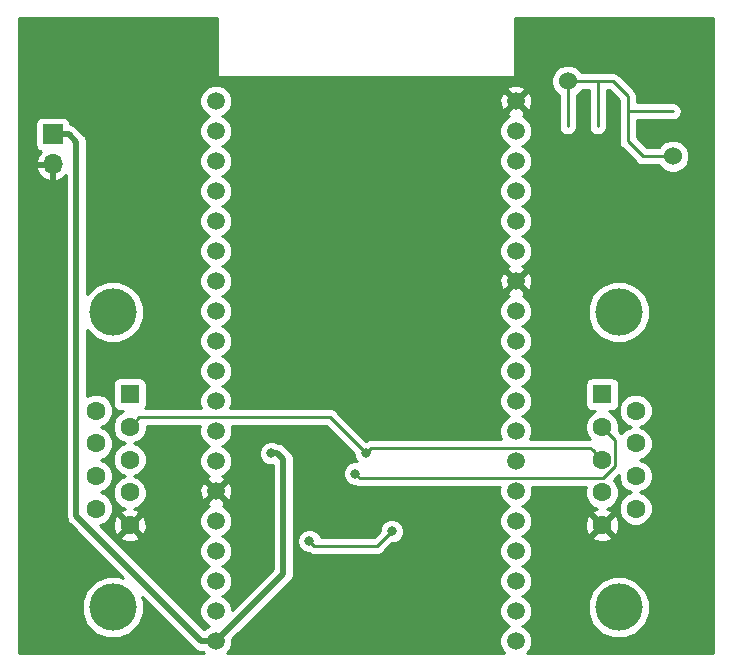
<source format=gbr>
G04 #@! TF.GenerationSoftware,KiCad,Pcbnew,5.0.2+dfsg1-1*
G04 #@! TF.CreationDate,2020-04-16T16:50:33+12:00*
G04 #@! TF.ProjectId,Wireless232,57697265-6c65-4737-9332-33322e6b6963,rev?*
G04 #@! TF.SameCoordinates,Original*
G04 #@! TF.FileFunction,Copper,L1,Top*
G04 #@! TF.FilePolarity,Positive*
%FSLAX46Y46*%
G04 Gerber Fmt 4.6, Leading zero omitted, Abs format (unit mm)*
G04 Created by KiCad (PCBNEW 5.0.2+dfsg1-1) date Thu 16 Apr 2020 16:50:33 NZST*
%MOMM*%
%LPD*%
G01*
G04 APERTURE LIST*
G04 #@! TA.AperFunction,EtchedComponent*
%ADD10C,0.250000*%
G04 #@! TD*
G04 #@! TA.AperFunction,ComponentPad*
%ADD11C,1.500000*%
G04 #@! TD*
G04 #@! TA.AperFunction,ViaPad*
%ADD12C,1.524000*%
G04 #@! TD*
G04 #@! TA.AperFunction,ComponentPad*
%ADD13R,1.600000X1.600000*%
G04 #@! TD*
G04 #@! TA.AperFunction,ComponentPad*
%ADD14C,1.600000*%
G04 #@! TD*
G04 #@! TA.AperFunction,ComponentPad*
%ADD15C,4.000000*%
G04 #@! TD*
G04 #@! TA.AperFunction,ComponentPad*
%ADD16R,1.700000X1.700000*%
G04 #@! TD*
G04 #@! TA.AperFunction,ComponentPad*
%ADD17O,1.700000X1.700000*%
G04 #@! TD*
G04 #@! TA.AperFunction,ViaPad*
%ADD18C,0.800000*%
G04 #@! TD*
G04 #@! TA.AperFunction,Conductor*
%ADD19C,0.250000*%
G04 #@! TD*
G04 #@! TA.AperFunction,Conductor*
%ADD20C,0.500000*%
G04 #@! TD*
G04 #@! TA.AperFunction,Conductor*
%ADD21C,0.254000*%
G04 #@! TD*
G04 APERTURE END LIST*
D10*
G04 #@! TO.C,SYM1*
X142100000Y-61500000D02*
X145910000Y-61500000D01*
X145910000Y-61500000D02*
X147180000Y-62770000D01*
X147180000Y-66580000D02*
X148450000Y-67850000D01*
X148450000Y-67850000D02*
X150990000Y-67850000D01*
X147180000Y-64040000D02*
X150990000Y-64040000D01*
X144640000Y-61500000D02*
X144640000Y-65310000D01*
X142100000Y-61500000D02*
X142100000Y-65310000D01*
X147180000Y-62770000D02*
X147180000Y-66580000D01*
G04 #@! TD*
D11*
G04 #@! TO.P,U1,38*
G04 #@! TO.N,GND*
X137700000Y-63180000D03*
G04 #@! TO.P,U1,37*
G04 #@! TO.N,Net-(U1-Pad37)*
X137700000Y-65720000D03*
G04 #@! TO.P,U1,36*
G04 #@! TO.N,Net-(U1-Pad36)*
X137700000Y-68260000D03*
G04 #@! TO.P,U1,35*
G04 #@! TO.N,Net-(U1-Pad35)*
X137700000Y-70800000D03*
G04 #@! TO.P,U1,34*
G04 #@! TO.N,Net-(U1-Pad34)*
X137700000Y-73340000D03*
G04 #@! TO.P,U1,33*
G04 #@! TO.N,Net-(U1-Pad33)*
X137700000Y-75880000D03*
G04 #@! TO.P,U1,32*
G04 #@! TO.N,GND*
X137700000Y-78420000D03*
G04 #@! TO.P,U1,31*
G04 #@! TO.N,Net-(U1-Pad31)*
X137700000Y-80960000D03*
G04 #@! TO.P,U1,30*
G04 #@! TO.N,Net-(U1-Pad30)*
X137700000Y-83500000D03*
G04 #@! TO.P,U1,29*
G04 #@! TO.N,Net-(U1-Pad29)*
X137700000Y-86040000D03*
G04 #@! TO.P,U1,28*
G04 #@! TO.N,Net-(U1-Pad28)*
X137700000Y-88580000D03*
G04 #@! TO.P,U1,27*
G04 #@! TO.N,Net-(U1-Pad27)*
X137700000Y-91120000D03*
G04 #@! TO.P,U1,26*
G04 #@! TO.N,Net-(U1-Pad26)*
X137700000Y-93660000D03*
G04 #@! TO.P,U1,25*
G04 #@! TO.N,Net-(U1-Pad25)*
X137700000Y-96200000D03*
G04 #@! TO.P,U1,24*
G04 #@! TO.N,Net-(U1-Pad24)*
X137700000Y-98740000D03*
G04 #@! TO.P,U1,23*
G04 #@! TO.N,Net-(R2-Pad2)*
X137700000Y-101280000D03*
G04 #@! TO.P,U1,22*
G04 #@! TO.N,Net-(U1-Pad22)*
X137700000Y-103820000D03*
G04 #@! TO.P,U1,21*
G04 #@! TO.N,Net-(U1-Pad21)*
X137700000Y-106360000D03*
G04 #@! TO.P,U1,20*
G04 #@! TO.N,Net-(U1-Pad20)*
X137700000Y-108900000D03*
G04 #@! TO.P,U1,19*
G04 #@! TO.N,+5V*
X112300000Y-108900000D03*
G04 #@! TO.P,U1,18*
G04 #@! TO.N,Net-(U1-Pad18)*
X112300000Y-106360000D03*
G04 #@! TO.P,U1,17*
G04 #@! TO.N,Net-(U1-Pad17)*
X112300000Y-103820000D03*
G04 #@! TO.P,U1,16*
G04 #@! TO.N,Net-(U1-Pad16)*
X112300000Y-101280000D03*
G04 #@! TO.P,U1,15*
G04 #@! TO.N,Net-(R1-Pad2)*
X112300000Y-98740000D03*
G04 #@! TO.P,U1,14*
G04 #@! TO.N,GND*
X112300000Y-96200000D03*
G04 #@! TO.P,U1,13*
G04 #@! TO.N,Net-(R3-Pad2)*
X112300000Y-93660000D03*
G04 #@! TO.P,U1,12*
G04 #@! TO.N,Net-(R4-Pad2)*
X112300000Y-91120000D03*
G04 #@! TO.P,U1,11*
G04 #@! TO.N,Net-(U1-Pad11)*
X112300000Y-88580000D03*
G04 #@! TO.P,U1,10*
G04 #@! TO.N,Net-(U1-Pad10)*
X112300000Y-86040000D03*
G04 #@! TO.P,U1,9*
G04 #@! TO.N,Net-(U1-Pad9)*
X112300000Y-83500000D03*
G04 #@! TO.P,U1,8*
G04 #@! TO.N,Net-(U1-Pad8)*
X112300000Y-80960000D03*
G04 #@! TO.P,U1,7*
G04 #@! TO.N,Net-(U1-Pad7)*
X112300000Y-78420000D03*
G04 #@! TO.P,U1,6*
G04 #@! TO.N,Net-(U1-Pad6)*
X112300000Y-75880000D03*
G04 #@! TO.P,U1,5*
G04 #@! TO.N,Net-(U1-Pad5)*
X112300000Y-73340000D03*
G04 #@! TO.P,U1,4*
G04 #@! TO.N,Net-(U1-Pad4)*
X112300000Y-70800000D03*
G04 #@! TO.P,U1,3*
G04 #@! TO.N,Net-(U1-Pad3)*
X112300000Y-68260000D03*
G04 #@! TO.P,U1,2*
G04 #@! TO.N,Net-(U1-Pad2)*
X112300000Y-65720000D03*
G04 #@! TO.P,U1,1*
G04 #@! TO.N,Net-(U1-Pad1)*
X112300000Y-63180000D03*
G04 #@! TD*
D12*
G04 #@! TO.N,*
G04 #@! TO.C,SYM1*
X142100000Y-61500000D03*
X150990000Y-67850000D03*
G04 #@! TD*
D13*
G04 #@! TO.P,J3,1*
G04 #@! TO.N,Net-(J3-Pad1)*
X145000000Y-88000000D03*
D14*
G04 #@! TO.P,J3,2*
G04 #@! TO.N,/TXD*
X145000000Y-90770000D03*
G04 #@! TO.P,J3,3*
G04 #@! TO.N,/RXD*
X145000000Y-93540000D03*
G04 #@! TO.P,J3,4*
G04 #@! TO.N,Net-(J3-Pad4)*
X145000000Y-96310000D03*
G04 #@! TO.P,J3,5*
G04 #@! TO.N,GND*
X145000000Y-99080000D03*
G04 #@! TO.P,J3,6*
G04 #@! TO.N,Net-(J3-Pad6)*
X147840000Y-89385000D03*
G04 #@! TO.P,J3,7*
G04 #@! TO.N,/CTS*
X147840000Y-92155000D03*
G04 #@! TO.P,J3,8*
G04 #@! TO.N,/RTS*
X147840000Y-94925000D03*
G04 #@! TO.P,J3,9*
G04 #@! TO.N,Net-(J3-Pad9)*
X147840000Y-97695000D03*
D15*
G04 #@! TO.P,J3,0*
G04 #@! TO.N,N/C*
X146420000Y-106040000D03*
X146420000Y-81040000D03*
G04 #@! TD*
D13*
G04 #@! TO.P,J2,1*
G04 #@! TO.N,/DCD*
X105000000Y-88000000D03*
D14*
G04 #@! TO.P,J2,2*
G04 #@! TO.N,/RXD*
X105000000Y-90770000D03*
G04 #@! TO.P,J2,3*
G04 #@! TO.N,/TXD*
X105000000Y-93540000D03*
G04 #@! TO.P,J2,4*
G04 #@! TO.N,/DTR*
X105000000Y-96310000D03*
G04 #@! TO.P,J2,5*
G04 #@! TO.N,GND*
X105000000Y-99080000D03*
G04 #@! TO.P,J2,6*
G04 #@! TO.N,/DSR*
X102160000Y-89385000D03*
G04 #@! TO.P,J2,7*
G04 #@! TO.N,/RTS*
X102160000Y-92155000D03*
G04 #@! TO.P,J2,8*
G04 #@! TO.N,/CTS*
X102160000Y-94925000D03*
G04 #@! TO.P,J2,9*
G04 #@! TO.N,/RI*
X102160000Y-97695000D03*
D15*
G04 #@! TO.P,J2,0*
G04 #@! TO.N,N/C*
X103580000Y-81040000D03*
X103580000Y-106040000D03*
G04 #@! TD*
D16*
G04 #@! TO.P,J1,1*
G04 #@! TO.N,+5V*
X98500000Y-66000000D03*
D17*
G04 #@! TO.P,J1,2*
G04 #@! TO.N,GND*
X98500000Y-68540000D03*
G04 #@! TD*
D18*
G04 #@! TO.N,/RXD*
X125000000Y-93000000D03*
G04 #@! TO.N,/TXD*
X124095000Y-94718190D03*
G04 #@! TO.N,GND*
X120500000Y-94000000D03*
X129500000Y-107000000D03*
X134500000Y-99000000D03*
G04 #@! TO.N,+5V*
X117000000Y-93000000D03*
G04 #@! TO.N,Net-(R2-Pad1)*
X120200000Y-100425000D03*
X127200000Y-99600000D03*
G04 #@! TD*
D19*
G04 #@! TO.N,/RXD*
X121970001Y-89970001D02*
X125000000Y-93000000D01*
X105000000Y-90770000D02*
X105799999Y-89970001D01*
X105799999Y-89970001D02*
X121970001Y-89970001D01*
X144200001Y-92740001D02*
X145000000Y-93540000D01*
X144004999Y-92544999D02*
X144200001Y-92740001D01*
X125455001Y-92544999D02*
X144004999Y-92544999D01*
X125000000Y-93000000D02*
X125455001Y-92544999D01*
G04 #@! TO.N,/TXD*
X124494999Y-95118189D02*
X124095000Y-94718190D01*
X146125001Y-94080001D02*
X145086813Y-95118189D01*
X145086813Y-95118189D02*
X124494999Y-95118189D01*
X146125001Y-91895001D02*
X146125001Y-94080001D01*
X145000000Y-90770000D02*
X146125001Y-91895001D01*
D20*
G04 #@! TO.N,+5V*
X118000000Y-101890000D02*
X118000000Y-93500000D01*
X118000000Y-93500000D02*
X117500000Y-93000000D01*
X117500000Y-93000000D02*
X117000000Y-93000000D01*
X98500000Y-66000000D02*
X99850000Y-66000000D01*
X100500000Y-68650000D02*
X100500000Y-98330000D01*
X100500000Y-98330000D02*
X111030000Y-108860000D01*
X100500000Y-68650000D02*
X100500000Y-66650000D01*
X99850000Y-66000000D02*
X100500000Y-66650000D01*
X118000000Y-103200000D02*
X112300000Y-108900000D01*
X118000000Y-101890000D02*
X118000000Y-103200000D01*
X111070000Y-108900000D02*
X112300000Y-108900000D01*
D19*
X111030000Y-108860000D02*
X111070000Y-108900000D01*
G04 #@! TO.N,Net-(R2-Pad1)*
X120599999Y-100824999D02*
X125975001Y-100824999D01*
X120200000Y-100425000D02*
X120599999Y-100824999D01*
X125975001Y-100824999D02*
X127200000Y-99600000D01*
G04 #@! TD*
D21*
G04 #@! TO.N,GND*
G36*
X112373000Y-61000000D02*
X112382667Y-61048601D01*
X112410197Y-61089803D01*
X112451399Y-61117333D01*
X112500000Y-61127000D01*
X137500000Y-61127000D01*
X137548601Y-61117333D01*
X137589803Y-61089803D01*
X137617333Y-61048601D01*
X137627000Y-61000000D01*
X137627000Y-56127000D01*
X154373000Y-56127000D01*
X154373000Y-109873000D01*
X138685687Y-109873000D01*
X138874147Y-109684540D01*
X139085000Y-109175494D01*
X139085000Y-108624506D01*
X138874147Y-108115460D01*
X138484540Y-107725853D01*
X138253130Y-107630000D01*
X138484540Y-107534147D01*
X138874147Y-107144540D01*
X139085000Y-106635494D01*
X139085000Y-106084506D01*
X138874147Y-105575460D01*
X138814553Y-105515866D01*
X143785000Y-105515866D01*
X143785000Y-106564134D01*
X144186155Y-107532608D01*
X144927392Y-108273845D01*
X145895866Y-108675000D01*
X146944134Y-108675000D01*
X147912608Y-108273845D01*
X148653845Y-107532608D01*
X149055000Y-106564134D01*
X149055000Y-105515866D01*
X148653845Y-104547392D01*
X147912608Y-103806155D01*
X146944134Y-103405000D01*
X145895866Y-103405000D01*
X144927392Y-103806155D01*
X144186155Y-104547392D01*
X143785000Y-105515866D01*
X138814553Y-105515866D01*
X138484540Y-105185853D01*
X138253130Y-105090000D01*
X138484540Y-104994147D01*
X138874147Y-104604540D01*
X139085000Y-104095494D01*
X139085000Y-103544506D01*
X138874147Y-103035460D01*
X138484540Y-102645853D01*
X138253130Y-102550000D01*
X138484540Y-102454147D01*
X138874147Y-102064540D01*
X139085000Y-101555494D01*
X139085000Y-101004506D01*
X138874147Y-100495460D01*
X138484540Y-100105853D01*
X138440824Y-100087745D01*
X144171861Y-100087745D01*
X144245995Y-100333864D01*
X144783223Y-100526965D01*
X145353454Y-100499778D01*
X145754005Y-100333864D01*
X145828139Y-100087745D01*
X145000000Y-99259605D01*
X144171861Y-100087745D01*
X138440824Y-100087745D01*
X138253130Y-100010000D01*
X138484540Y-99914147D01*
X138874147Y-99524540D01*
X139085000Y-99015494D01*
X139085000Y-98863223D01*
X143553035Y-98863223D01*
X143580222Y-99433454D01*
X143746136Y-99834005D01*
X143992255Y-99908139D01*
X144820395Y-99080000D01*
X145179605Y-99080000D01*
X146007745Y-99908139D01*
X146253864Y-99834005D01*
X146446965Y-99296777D01*
X146419778Y-98726546D01*
X146253864Y-98325995D01*
X146007745Y-98251861D01*
X145179605Y-99080000D01*
X144820395Y-99080000D01*
X143992255Y-98251861D01*
X143746136Y-98325995D01*
X143553035Y-98863223D01*
X139085000Y-98863223D01*
X139085000Y-98464506D01*
X138874147Y-97955460D01*
X138484540Y-97565853D01*
X138253130Y-97470000D01*
X138484540Y-97374147D01*
X138874147Y-96984540D01*
X139085000Y-96475494D01*
X139085000Y-95924506D01*
X139065815Y-95878189D01*
X143625629Y-95878189D01*
X143565000Y-96024561D01*
X143565000Y-96595439D01*
X143783466Y-97122862D01*
X144187138Y-97526534D01*
X144578218Y-97688525D01*
X144245995Y-97826136D01*
X144171861Y-98072255D01*
X145000000Y-98900395D01*
X145828139Y-98072255D01*
X145754005Y-97826136D01*
X145398261Y-97698268D01*
X145812862Y-97526534D01*
X146216534Y-97122862D01*
X146435000Y-96595439D01*
X146435000Y-96024561D01*
X146216534Y-95497138D01*
X145999600Y-95280204D01*
X146405000Y-94874804D01*
X146405000Y-95210439D01*
X146623466Y-95737862D01*
X147027138Y-96141534D01*
X147433850Y-96310000D01*
X147027138Y-96478466D01*
X146623466Y-96882138D01*
X146405000Y-97409561D01*
X146405000Y-97980439D01*
X146623466Y-98507862D01*
X147027138Y-98911534D01*
X147554561Y-99130000D01*
X148125439Y-99130000D01*
X148652862Y-98911534D01*
X149056534Y-98507862D01*
X149275000Y-97980439D01*
X149275000Y-97409561D01*
X149056534Y-96882138D01*
X148652862Y-96478466D01*
X148246150Y-96310000D01*
X148652862Y-96141534D01*
X149056534Y-95737862D01*
X149275000Y-95210439D01*
X149275000Y-94639561D01*
X149056534Y-94112138D01*
X148652862Y-93708466D01*
X148246150Y-93540000D01*
X148652862Y-93371534D01*
X149056534Y-92967862D01*
X149275000Y-92440439D01*
X149275000Y-91869561D01*
X149056534Y-91342138D01*
X148652862Y-90938466D01*
X148246150Y-90770000D01*
X148652862Y-90601534D01*
X149056534Y-90197862D01*
X149275000Y-89670439D01*
X149275000Y-89099561D01*
X149056534Y-88572138D01*
X148652862Y-88168466D01*
X148125439Y-87950000D01*
X147554561Y-87950000D01*
X147027138Y-88168466D01*
X146623466Y-88572138D01*
X146405000Y-89099561D01*
X146405000Y-89670439D01*
X146623466Y-90197862D01*
X147027138Y-90601534D01*
X147433850Y-90770000D01*
X147027138Y-90938466D01*
X146640321Y-91325283D01*
X146609474Y-91304672D01*
X146413104Y-91108302D01*
X146435000Y-91055439D01*
X146435000Y-90484561D01*
X146216534Y-89957138D01*
X145812862Y-89553466D01*
X145556893Y-89447440D01*
X145800000Y-89447440D01*
X146047765Y-89398157D01*
X146257809Y-89257809D01*
X146398157Y-89047765D01*
X146447440Y-88800000D01*
X146447440Y-87200000D01*
X146398157Y-86952235D01*
X146257809Y-86742191D01*
X146047765Y-86601843D01*
X145800000Y-86552560D01*
X144200000Y-86552560D01*
X143952235Y-86601843D01*
X143742191Y-86742191D01*
X143601843Y-86952235D01*
X143552560Y-87200000D01*
X143552560Y-88800000D01*
X143601843Y-89047765D01*
X143742191Y-89257809D01*
X143952235Y-89398157D01*
X144200000Y-89447440D01*
X144443107Y-89447440D01*
X144187138Y-89553466D01*
X143783466Y-89957138D01*
X143565000Y-90484561D01*
X143565000Y-91055439D01*
X143783466Y-91582862D01*
X143976403Y-91775799D01*
X143930152Y-91784999D01*
X138923662Y-91784999D01*
X139085000Y-91395494D01*
X139085000Y-90844506D01*
X138874147Y-90335460D01*
X138484540Y-89945853D01*
X138253130Y-89850000D01*
X138484540Y-89754147D01*
X138874147Y-89364540D01*
X139085000Y-88855494D01*
X139085000Y-88304506D01*
X138874147Y-87795460D01*
X138484540Y-87405853D01*
X138253130Y-87310000D01*
X138484540Y-87214147D01*
X138874147Y-86824540D01*
X139085000Y-86315494D01*
X139085000Y-85764506D01*
X138874147Y-85255460D01*
X138484540Y-84865853D01*
X138253130Y-84770000D01*
X138484540Y-84674147D01*
X138874147Y-84284540D01*
X139085000Y-83775494D01*
X139085000Y-83224506D01*
X138874147Y-82715460D01*
X138484540Y-82325853D01*
X138253130Y-82230000D01*
X138484540Y-82134147D01*
X138874147Y-81744540D01*
X139085000Y-81235494D01*
X139085000Y-80684506D01*
X139015148Y-80515866D01*
X143785000Y-80515866D01*
X143785000Y-81564134D01*
X144186155Y-82532608D01*
X144927392Y-83273845D01*
X145895866Y-83675000D01*
X146944134Y-83675000D01*
X147912608Y-83273845D01*
X148653845Y-82532608D01*
X149055000Y-81564134D01*
X149055000Y-80515866D01*
X148653845Y-79547392D01*
X147912608Y-78806155D01*
X146944134Y-78405000D01*
X145895866Y-78405000D01*
X144927392Y-78806155D01*
X144186155Y-79547392D01*
X143785000Y-80515866D01*
X139015148Y-80515866D01*
X138874147Y-80175460D01*
X138484540Y-79785853D01*
X138269070Y-79696603D01*
X138423923Y-79632460D01*
X138491912Y-79391517D01*
X137700000Y-78599605D01*
X136908088Y-79391517D01*
X136976077Y-79632460D01*
X137142658Y-79691745D01*
X136915460Y-79785853D01*
X136525853Y-80175460D01*
X136315000Y-80684506D01*
X136315000Y-81235494D01*
X136525853Y-81744540D01*
X136915460Y-82134147D01*
X137146870Y-82230000D01*
X136915460Y-82325853D01*
X136525853Y-82715460D01*
X136315000Y-83224506D01*
X136315000Y-83775494D01*
X136525853Y-84284540D01*
X136915460Y-84674147D01*
X137146870Y-84770000D01*
X136915460Y-84865853D01*
X136525853Y-85255460D01*
X136315000Y-85764506D01*
X136315000Y-86315494D01*
X136525853Y-86824540D01*
X136915460Y-87214147D01*
X137146870Y-87310000D01*
X136915460Y-87405853D01*
X136525853Y-87795460D01*
X136315000Y-88304506D01*
X136315000Y-88855494D01*
X136525853Y-89364540D01*
X136915460Y-89754147D01*
X137146870Y-89850000D01*
X136915460Y-89945853D01*
X136525853Y-90335460D01*
X136315000Y-90844506D01*
X136315000Y-91395494D01*
X136476338Y-91784999D01*
X125529849Y-91784999D01*
X125455001Y-91770111D01*
X125380153Y-91784999D01*
X125380149Y-91784999D01*
X125158464Y-91829095D01*
X125005862Y-91931060D01*
X122560332Y-89485531D01*
X122517930Y-89422072D01*
X122266538Y-89254097D01*
X122044853Y-89210001D01*
X122044848Y-89210001D01*
X121970001Y-89195113D01*
X121895154Y-89210001D01*
X113538159Y-89210001D01*
X113685000Y-88855494D01*
X113685000Y-88304506D01*
X113474147Y-87795460D01*
X113084540Y-87405853D01*
X112853130Y-87310000D01*
X113084540Y-87214147D01*
X113474147Y-86824540D01*
X113685000Y-86315494D01*
X113685000Y-85764506D01*
X113474147Y-85255460D01*
X113084540Y-84865853D01*
X112853130Y-84770000D01*
X113084540Y-84674147D01*
X113474147Y-84284540D01*
X113685000Y-83775494D01*
X113685000Y-83224506D01*
X113474147Y-82715460D01*
X113084540Y-82325853D01*
X112853130Y-82230000D01*
X113084540Y-82134147D01*
X113474147Y-81744540D01*
X113685000Y-81235494D01*
X113685000Y-80684506D01*
X113474147Y-80175460D01*
X113084540Y-79785853D01*
X112853130Y-79690000D01*
X113084540Y-79594147D01*
X113474147Y-79204540D01*
X113685000Y-78695494D01*
X113685000Y-78215171D01*
X136302799Y-78215171D01*
X136330770Y-78765448D01*
X136487540Y-79143923D01*
X136728483Y-79211912D01*
X137520395Y-78420000D01*
X137879605Y-78420000D01*
X138671517Y-79211912D01*
X138912460Y-79143923D01*
X139097201Y-78624829D01*
X139069230Y-78074552D01*
X138912460Y-77696077D01*
X138671517Y-77628088D01*
X137879605Y-78420000D01*
X137520395Y-78420000D01*
X136728483Y-77628088D01*
X136487540Y-77696077D01*
X136302799Y-78215171D01*
X113685000Y-78215171D01*
X113685000Y-78144506D01*
X113474147Y-77635460D01*
X113084540Y-77245853D01*
X112853130Y-77150000D01*
X113084540Y-77054147D01*
X113474147Y-76664540D01*
X113685000Y-76155494D01*
X113685000Y-75604506D01*
X113474147Y-75095460D01*
X113084540Y-74705853D01*
X112853130Y-74610000D01*
X113084540Y-74514147D01*
X113474147Y-74124540D01*
X113685000Y-73615494D01*
X113685000Y-73064506D01*
X113474147Y-72555460D01*
X113084540Y-72165853D01*
X112853130Y-72070000D01*
X113084540Y-71974147D01*
X113474147Y-71584540D01*
X113685000Y-71075494D01*
X113685000Y-70524506D01*
X113474147Y-70015460D01*
X113084540Y-69625853D01*
X112853130Y-69530000D01*
X113084540Y-69434147D01*
X113474147Y-69044540D01*
X113685000Y-68535494D01*
X113685000Y-67984506D01*
X113474147Y-67475460D01*
X113084540Y-67085853D01*
X112853130Y-66990000D01*
X113084540Y-66894147D01*
X113474147Y-66504540D01*
X113685000Y-65995494D01*
X113685000Y-65444506D01*
X136315000Y-65444506D01*
X136315000Y-65995494D01*
X136525853Y-66504540D01*
X136915460Y-66894147D01*
X137146870Y-66990000D01*
X136915460Y-67085853D01*
X136525853Y-67475460D01*
X136315000Y-67984506D01*
X136315000Y-68535494D01*
X136525853Y-69044540D01*
X136915460Y-69434147D01*
X137146870Y-69530000D01*
X136915460Y-69625853D01*
X136525853Y-70015460D01*
X136315000Y-70524506D01*
X136315000Y-71075494D01*
X136525853Y-71584540D01*
X136915460Y-71974147D01*
X137146870Y-72070000D01*
X136915460Y-72165853D01*
X136525853Y-72555460D01*
X136315000Y-73064506D01*
X136315000Y-73615494D01*
X136525853Y-74124540D01*
X136915460Y-74514147D01*
X137146870Y-74610000D01*
X136915460Y-74705853D01*
X136525853Y-75095460D01*
X136315000Y-75604506D01*
X136315000Y-76155494D01*
X136525853Y-76664540D01*
X136915460Y-77054147D01*
X137130930Y-77143397D01*
X136976077Y-77207540D01*
X136908088Y-77448483D01*
X137700000Y-78240395D01*
X138491912Y-77448483D01*
X138423923Y-77207540D01*
X138257342Y-77148255D01*
X138484540Y-77054147D01*
X138874147Y-76664540D01*
X139085000Y-76155494D01*
X139085000Y-75604506D01*
X138874147Y-75095460D01*
X138484540Y-74705853D01*
X138253130Y-74610000D01*
X138484540Y-74514147D01*
X138874147Y-74124540D01*
X139085000Y-73615494D01*
X139085000Y-73064506D01*
X138874147Y-72555460D01*
X138484540Y-72165853D01*
X138253130Y-72070000D01*
X138484540Y-71974147D01*
X138874147Y-71584540D01*
X139085000Y-71075494D01*
X139085000Y-70524506D01*
X138874147Y-70015460D01*
X138484540Y-69625853D01*
X138253130Y-69530000D01*
X138484540Y-69434147D01*
X138874147Y-69044540D01*
X139085000Y-68535494D01*
X139085000Y-67984506D01*
X138874147Y-67475460D01*
X138484540Y-67085853D01*
X138253130Y-66990000D01*
X138484540Y-66894147D01*
X138874147Y-66504540D01*
X139085000Y-65995494D01*
X139085000Y-65444506D01*
X138874147Y-64935460D01*
X138484540Y-64545853D01*
X138269070Y-64456603D01*
X138423923Y-64392460D01*
X138491912Y-64151517D01*
X137700000Y-63359605D01*
X136908088Y-64151517D01*
X136976077Y-64392460D01*
X137142658Y-64451745D01*
X136915460Y-64545853D01*
X136525853Y-64935460D01*
X136315000Y-65444506D01*
X113685000Y-65444506D01*
X113474147Y-64935460D01*
X113084540Y-64545853D01*
X112853130Y-64450000D01*
X113084540Y-64354147D01*
X113474147Y-63964540D01*
X113685000Y-63455494D01*
X113685000Y-62975171D01*
X136302799Y-62975171D01*
X136330770Y-63525448D01*
X136487540Y-63903923D01*
X136728483Y-63971912D01*
X137520395Y-63180000D01*
X137879605Y-63180000D01*
X138671517Y-63971912D01*
X138912460Y-63903923D01*
X139097201Y-63384829D01*
X139069230Y-62834552D01*
X138912460Y-62456077D01*
X138671517Y-62388088D01*
X137879605Y-63180000D01*
X137520395Y-63180000D01*
X136728483Y-62388088D01*
X136487540Y-62456077D01*
X136302799Y-62975171D01*
X113685000Y-62975171D01*
X113685000Y-62904506D01*
X113474147Y-62395460D01*
X113287170Y-62208483D01*
X136908088Y-62208483D01*
X137700000Y-63000395D01*
X138491912Y-62208483D01*
X138423923Y-61967540D01*
X137904829Y-61782799D01*
X137354552Y-61810770D01*
X136976077Y-61967540D01*
X136908088Y-62208483D01*
X113287170Y-62208483D01*
X113084540Y-62005853D01*
X112575494Y-61795000D01*
X112024506Y-61795000D01*
X111515460Y-62005853D01*
X111125853Y-62395460D01*
X110915000Y-62904506D01*
X110915000Y-63455494D01*
X111125853Y-63964540D01*
X111515460Y-64354147D01*
X111746870Y-64450000D01*
X111515460Y-64545853D01*
X111125853Y-64935460D01*
X110915000Y-65444506D01*
X110915000Y-65995494D01*
X111125853Y-66504540D01*
X111515460Y-66894147D01*
X111746870Y-66990000D01*
X111515460Y-67085853D01*
X111125853Y-67475460D01*
X110915000Y-67984506D01*
X110915000Y-68535494D01*
X111125853Y-69044540D01*
X111515460Y-69434147D01*
X111746870Y-69530000D01*
X111515460Y-69625853D01*
X111125853Y-70015460D01*
X110915000Y-70524506D01*
X110915000Y-71075494D01*
X111125853Y-71584540D01*
X111515460Y-71974147D01*
X111746870Y-72070000D01*
X111515460Y-72165853D01*
X111125853Y-72555460D01*
X110915000Y-73064506D01*
X110915000Y-73615494D01*
X111125853Y-74124540D01*
X111515460Y-74514147D01*
X111746870Y-74610000D01*
X111515460Y-74705853D01*
X111125853Y-75095460D01*
X110915000Y-75604506D01*
X110915000Y-76155494D01*
X111125853Y-76664540D01*
X111515460Y-77054147D01*
X111746870Y-77150000D01*
X111515460Y-77245853D01*
X111125853Y-77635460D01*
X110915000Y-78144506D01*
X110915000Y-78695494D01*
X111125853Y-79204540D01*
X111515460Y-79594147D01*
X111746870Y-79690000D01*
X111515460Y-79785853D01*
X111125853Y-80175460D01*
X110915000Y-80684506D01*
X110915000Y-81235494D01*
X111125853Y-81744540D01*
X111515460Y-82134147D01*
X111746870Y-82230000D01*
X111515460Y-82325853D01*
X111125853Y-82715460D01*
X110915000Y-83224506D01*
X110915000Y-83775494D01*
X111125853Y-84284540D01*
X111515460Y-84674147D01*
X111746870Y-84770000D01*
X111515460Y-84865853D01*
X111125853Y-85255460D01*
X110915000Y-85764506D01*
X110915000Y-86315494D01*
X111125853Y-86824540D01*
X111515460Y-87214147D01*
X111746870Y-87310000D01*
X111515460Y-87405853D01*
X111125853Y-87795460D01*
X110915000Y-88304506D01*
X110915000Y-88855494D01*
X111061841Y-89210001D01*
X106289754Y-89210001D01*
X106398157Y-89047765D01*
X106447440Y-88800000D01*
X106447440Y-87200000D01*
X106398157Y-86952235D01*
X106257809Y-86742191D01*
X106047765Y-86601843D01*
X105800000Y-86552560D01*
X104200000Y-86552560D01*
X103952235Y-86601843D01*
X103742191Y-86742191D01*
X103601843Y-86952235D01*
X103552560Y-87200000D01*
X103552560Y-88800000D01*
X103601843Y-89047765D01*
X103742191Y-89257809D01*
X103952235Y-89398157D01*
X104200000Y-89447440D01*
X104443107Y-89447440D01*
X104187138Y-89553466D01*
X103783466Y-89957138D01*
X103565000Y-90484561D01*
X103565000Y-91055439D01*
X103783466Y-91582862D01*
X104187138Y-91986534D01*
X104593850Y-92155000D01*
X104187138Y-92323466D01*
X103783466Y-92727138D01*
X103565000Y-93254561D01*
X103565000Y-93825439D01*
X103783466Y-94352862D01*
X104187138Y-94756534D01*
X104593850Y-94925000D01*
X104187138Y-95093466D01*
X103783466Y-95497138D01*
X103565000Y-96024561D01*
X103565000Y-96595439D01*
X103783466Y-97122862D01*
X104187138Y-97526534D01*
X104578218Y-97688525D01*
X104245995Y-97826136D01*
X104171861Y-98072255D01*
X105000000Y-98900395D01*
X105828139Y-98072255D01*
X105754005Y-97826136D01*
X105398261Y-97698268D01*
X105812862Y-97526534D01*
X106216534Y-97122862D01*
X106435000Y-96595439D01*
X106435000Y-96024561D01*
X106422827Y-95995171D01*
X110902799Y-95995171D01*
X110930770Y-96545448D01*
X111087540Y-96923923D01*
X111328483Y-96991912D01*
X112120395Y-96200000D01*
X112479605Y-96200000D01*
X113271517Y-96991912D01*
X113512460Y-96923923D01*
X113697201Y-96404829D01*
X113669230Y-95854552D01*
X113512460Y-95476077D01*
X113271517Y-95408088D01*
X112479605Y-96200000D01*
X112120395Y-96200000D01*
X111328483Y-95408088D01*
X111087540Y-95476077D01*
X110902799Y-95995171D01*
X106422827Y-95995171D01*
X106216534Y-95497138D01*
X105812862Y-95093466D01*
X105406150Y-94925000D01*
X105812862Y-94756534D01*
X106216534Y-94352862D01*
X106435000Y-93825439D01*
X106435000Y-93254561D01*
X106216534Y-92727138D01*
X105812862Y-92323466D01*
X105406150Y-92155000D01*
X105812862Y-91986534D01*
X106216534Y-91582862D01*
X106435000Y-91055439D01*
X106435000Y-90730001D01*
X110962429Y-90730001D01*
X110915000Y-90844506D01*
X110915000Y-91395494D01*
X111125853Y-91904540D01*
X111515460Y-92294147D01*
X111746870Y-92390000D01*
X111515460Y-92485853D01*
X111125853Y-92875460D01*
X110915000Y-93384506D01*
X110915000Y-93935494D01*
X111125853Y-94444540D01*
X111515460Y-94834147D01*
X111730930Y-94923397D01*
X111576077Y-94987540D01*
X111508088Y-95228483D01*
X112300000Y-96020395D01*
X113091912Y-95228483D01*
X113023923Y-94987540D01*
X112857342Y-94928255D01*
X113084540Y-94834147D01*
X113474147Y-94444540D01*
X113685000Y-93935494D01*
X113685000Y-93384506D01*
X113474147Y-92875460D01*
X113084540Y-92485853D01*
X112853130Y-92390000D01*
X113084540Y-92294147D01*
X113474147Y-91904540D01*
X113685000Y-91395494D01*
X113685000Y-90844506D01*
X113637571Y-90730001D01*
X121655200Y-90730001D01*
X123965000Y-93039802D01*
X123965000Y-93205874D01*
X124122569Y-93586280D01*
X124219479Y-93683190D01*
X123889126Y-93683190D01*
X123508720Y-93840759D01*
X123217569Y-94131910D01*
X123060000Y-94512316D01*
X123060000Y-94924064D01*
X123217569Y-95304470D01*
X123508720Y-95595621D01*
X123889126Y-95753190D01*
X124077382Y-95753190D01*
X124198462Y-95834093D01*
X124420147Y-95878189D01*
X124420151Y-95878189D01*
X124494998Y-95893077D01*
X124569845Y-95878189D01*
X136334185Y-95878189D01*
X136315000Y-95924506D01*
X136315000Y-96475494D01*
X136525853Y-96984540D01*
X136915460Y-97374147D01*
X137146870Y-97470000D01*
X136915460Y-97565853D01*
X136525853Y-97955460D01*
X136315000Y-98464506D01*
X136315000Y-99015494D01*
X136525853Y-99524540D01*
X136915460Y-99914147D01*
X137146870Y-100010000D01*
X136915460Y-100105853D01*
X136525853Y-100495460D01*
X136315000Y-101004506D01*
X136315000Y-101555494D01*
X136525853Y-102064540D01*
X136915460Y-102454147D01*
X137146870Y-102550000D01*
X136915460Y-102645853D01*
X136525853Y-103035460D01*
X136315000Y-103544506D01*
X136315000Y-104095494D01*
X136525853Y-104604540D01*
X136915460Y-104994147D01*
X137146870Y-105090000D01*
X136915460Y-105185853D01*
X136525853Y-105575460D01*
X136315000Y-106084506D01*
X136315000Y-106635494D01*
X136525853Y-107144540D01*
X136915460Y-107534147D01*
X137146870Y-107630000D01*
X136915460Y-107725853D01*
X136525853Y-108115460D01*
X136315000Y-108624506D01*
X136315000Y-109175494D01*
X136525853Y-109684540D01*
X136714313Y-109873000D01*
X113285687Y-109873000D01*
X113474147Y-109684540D01*
X113685000Y-109175494D01*
X113685000Y-108766578D01*
X118564156Y-103887423D01*
X118638049Y-103838049D01*
X118833652Y-103545310D01*
X118885000Y-103287165D01*
X118885000Y-103287161D01*
X118902337Y-103200001D01*
X118885000Y-103112841D01*
X118885000Y-100219126D01*
X119165000Y-100219126D01*
X119165000Y-100630874D01*
X119322569Y-101011280D01*
X119613720Y-101302431D01*
X119994126Y-101460000D01*
X120182382Y-101460000D01*
X120303462Y-101540903D01*
X120525147Y-101584999D01*
X120525151Y-101584999D01*
X120599998Y-101599887D01*
X120674845Y-101584999D01*
X125900154Y-101584999D01*
X125975001Y-101599887D01*
X126049848Y-101584999D01*
X126049853Y-101584999D01*
X126271538Y-101540903D01*
X126522930Y-101372928D01*
X126565332Y-101309469D01*
X127239802Y-100635000D01*
X127405874Y-100635000D01*
X127786280Y-100477431D01*
X128077431Y-100186280D01*
X128235000Y-99805874D01*
X128235000Y-99394126D01*
X128077431Y-99013720D01*
X127786280Y-98722569D01*
X127405874Y-98565000D01*
X126994126Y-98565000D01*
X126613720Y-98722569D01*
X126322569Y-99013720D01*
X126165000Y-99394126D01*
X126165000Y-99560198D01*
X125660200Y-100064999D01*
X121171159Y-100064999D01*
X121077431Y-99838720D01*
X120786280Y-99547569D01*
X120405874Y-99390000D01*
X119994126Y-99390000D01*
X119613720Y-99547569D01*
X119322569Y-99838720D01*
X119165000Y-100219126D01*
X118885000Y-100219126D01*
X118885000Y-93587161D01*
X118902337Y-93500000D01*
X118885000Y-93412839D01*
X118885000Y-93412835D01*
X118833652Y-93154690D01*
X118638049Y-92861951D01*
X118564153Y-92812575D01*
X118187425Y-92435847D01*
X118138049Y-92361951D01*
X117845310Y-92166348D01*
X117587165Y-92115000D01*
X117587161Y-92115000D01*
X117550312Y-92107670D01*
X117205874Y-91965000D01*
X116794126Y-91965000D01*
X116413720Y-92122569D01*
X116122569Y-92413720D01*
X115965000Y-92794126D01*
X115965000Y-93205874D01*
X116122569Y-93586280D01*
X116413720Y-93877431D01*
X116794126Y-94035000D01*
X117115001Y-94035000D01*
X117115000Y-101802835D01*
X117115000Y-101802836D01*
X117115001Y-102833420D01*
X113685000Y-106263422D01*
X113685000Y-106084506D01*
X113474147Y-105575460D01*
X113084540Y-105185853D01*
X112853130Y-105090000D01*
X113084540Y-104994147D01*
X113474147Y-104604540D01*
X113685000Y-104095494D01*
X113685000Y-103544506D01*
X113474147Y-103035460D01*
X113084540Y-102645853D01*
X112853130Y-102550000D01*
X113084540Y-102454147D01*
X113474147Y-102064540D01*
X113685000Y-101555494D01*
X113685000Y-101004506D01*
X113474147Y-100495460D01*
X113084540Y-100105853D01*
X112853130Y-100010000D01*
X113084540Y-99914147D01*
X113474147Y-99524540D01*
X113685000Y-99015494D01*
X113685000Y-98464506D01*
X113474147Y-97955460D01*
X113084540Y-97565853D01*
X112869070Y-97476603D01*
X113023923Y-97412460D01*
X113091912Y-97171517D01*
X112300000Y-96379605D01*
X111508088Y-97171517D01*
X111576077Y-97412460D01*
X111742658Y-97471745D01*
X111515460Y-97565853D01*
X111125853Y-97955460D01*
X110915000Y-98464506D01*
X110915000Y-99015494D01*
X111125853Y-99524540D01*
X111515460Y-99914147D01*
X111746870Y-100010000D01*
X111515460Y-100105853D01*
X111125853Y-100495460D01*
X110915000Y-101004506D01*
X110915000Y-101555494D01*
X111125853Y-102064540D01*
X111515460Y-102454147D01*
X111746870Y-102550000D01*
X111515460Y-102645853D01*
X111125853Y-103035460D01*
X110915000Y-103544506D01*
X110915000Y-104095494D01*
X111125853Y-104604540D01*
X111515460Y-104994147D01*
X111746870Y-105090000D01*
X111515460Y-105185853D01*
X111125853Y-105575460D01*
X110915000Y-106084506D01*
X110915000Y-106635494D01*
X111125853Y-107144540D01*
X111515460Y-107534147D01*
X111746870Y-107630000D01*
X111515460Y-107725853D01*
X111331446Y-107909867D01*
X103509324Y-100087745D01*
X104171861Y-100087745D01*
X104245995Y-100333864D01*
X104783223Y-100526965D01*
X105353454Y-100499778D01*
X105754005Y-100333864D01*
X105828139Y-100087745D01*
X105000000Y-99259605D01*
X104171861Y-100087745D01*
X103509324Y-100087745D01*
X102520491Y-99098913D01*
X102972862Y-98911534D01*
X103021173Y-98863223D01*
X103553035Y-98863223D01*
X103580222Y-99433454D01*
X103746136Y-99834005D01*
X103992255Y-99908139D01*
X104820395Y-99080000D01*
X105179605Y-99080000D01*
X106007745Y-99908139D01*
X106253864Y-99834005D01*
X106446965Y-99296777D01*
X106419778Y-98726546D01*
X106253864Y-98325995D01*
X106007745Y-98251861D01*
X105179605Y-99080000D01*
X104820395Y-99080000D01*
X103992255Y-98251861D01*
X103746136Y-98325995D01*
X103553035Y-98863223D01*
X103021173Y-98863223D01*
X103376534Y-98507862D01*
X103595000Y-97980439D01*
X103595000Y-97409561D01*
X103376534Y-96882138D01*
X102972862Y-96478466D01*
X102566150Y-96310000D01*
X102972862Y-96141534D01*
X103376534Y-95737862D01*
X103595000Y-95210439D01*
X103595000Y-94639561D01*
X103376534Y-94112138D01*
X102972862Y-93708466D01*
X102566150Y-93540000D01*
X102972862Y-93371534D01*
X103376534Y-92967862D01*
X103595000Y-92440439D01*
X103595000Y-91869561D01*
X103376534Y-91342138D01*
X102972862Y-90938466D01*
X102566150Y-90770000D01*
X102972862Y-90601534D01*
X103376534Y-90197862D01*
X103595000Y-89670439D01*
X103595000Y-89099561D01*
X103376534Y-88572138D01*
X102972862Y-88168466D01*
X102445439Y-87950000D01*
X101874561Y-87950000D01*
X101385000Y-88152783D01*
X101385000Y-82571453D01*
X102087392Y-83273845D01*
X103055866Y-83675000D01*
X104104134Y-83675000D01*
X105072608Y-83273845D01*
X105813845Y-82532608D01*
X106215000Y-81564134D01*
X106215000Y-80515866D01*
X105813845Y-79547392D01*
X105072608Y-78806155D01*
X104104134Y-78405000D01*
X103055866Y-78405000D01*
X102087392Y-78806155D01*
X101385000Y-79508547D01*
X101385000Y-66737161D01*
X101402337Y-66650000D01*
X101385000Y-66562839D01*
X101385000Y-66562835D01*
X101333652Y-66304690D01*
X101187424Y-66085845D01*
X101187423Y-66085844D01*
X101138049Y-66011951D01*
X101064156Y-65962577D01*
X100537425Y-65435847D01*
X100488049Y-65361951D01*
X100195310Y-65166348D01*
X99992674Y-65126041D01*
X99948157Y-64902235D01*
X99807809Y-64692191D01*
X99597765Y-64551843D01*
X99350000Y-64502560D01*
X97650000Y-64502560D01*
X97402235Y-64551843D01*
X97192191Y-64692191D01*
X97051843Y-64902235D01*
X97002560Y-65150000D01*
X97002560Y-66850000D01*
X97051843Y-67097765D01*
X97192191Y-67307809D01*
X97402235Y-67448157D01*
X97505708Y-67468739D01*
X97228355Y-67773076D01*
X97058524Y-68183110D01*
X97179845Y-68413000D01*
X98373000Y-68413000D01*
X98373000Y-68393000D01*
X98627000Y-68393000D01*
X98627000Y-68413000D01*
X98647000Y-68413000D01*
X98647000Y-68667000D01*
X98627000Y-68667000D01*
X98627000Y-69860819D01*
X98856892Y-69981486D01*
X99381358Y-69735183D01*
X99615000Y-69478809D01*
X99615001Y-98242834D01*
X99597663Y-98330000D01*
X99666348Y-98675309D01*
X99812576Y-98894154D01*
X99812578Y-98894156D01*
X99861952Y-98968049D01*
X99935845Y-99017423D01*
X104478481Y-103560060D01*
X104104134Y-103405000D01*
X103055866Y-103405000D01*
X102087392Y-103806155D01*
X101346155Y-104547392D01*
X100945000Y-105515866D01*
X100945000Y-106564134D01*
X101346155Y-107532608D01*
X102087392Y-108273845D01*
X103055866Y-108675000D01*
X104104134Y-108675000D01*
X105072608Y-108273845D01*
X105813845Y-107532608D01*
X106215000Y-106564134D01*
X106215000Y-105515866D01*
X106059940Y-105141519D01*
X110382577Y-109464156D01*
X110431951Y-109538049D01*
X110724690Y-109733652D01*
X110982835Y-109785000D01*
X111226313Y-109785000D01*
X111314313Y-109873000D01*
X95627000Y-109873000D01*
X95627000Y-68896890D01*
X97058524Y-68896890D01*
X97228355Y-69306924D01*
X97618642Y-69735183D01*
X98143108Y-69981486D01*
X98373000Y-69860819D01*
X98373000Y-68667000D01*
X97179845Y-68667000D01*
X97058524Y-68896890D01*
X95627000Y-68896890D01*
X95627000Y-61222119D01*
X140703000Y-61222119D01*
X140703000Y-61777881D01*
X140915680Y-62291337D01*
X141308663Y-62684320D01*
X141340000Y-62697300D01*
X141340001Y-65384852D01*
X141384097Y-65606537D01*
X141552072Y-65857929D01*
X141803464Y-66025904D01*
X142100000Y-66084889D01*
X142396537Y-66025904D01*
X142647929Y-65857929D01*
X142815904Y-65606537D01*
X142860000Y-65384852D01*
X142860000Y-62697300D01*
X142891337Y-62684320D01*
X143284320Y-62291337D01*
X143297300Y-62260000D01*
X143880000Y-62260000D01*
X143880001Y-65384852D01*
X143924097Y-65606537D01*
X144092072Y-65857929D01*
X144343464Y-66025904D01*
X144640000Y-66084889D01*
X144936537Y-66025904D01*
X145187929Y-65857929D01*
X145355904Y-65606537D01*
X145400000Y-65384852D01*
X145400000Y-62260000D01*
X145595199Y-62260000D01*
X146420000Y-63084802D01*
X146420000Y-63965146D01*
X146405111Y-64040000D01*
X146420000Y-64114854D01*
X146420001Y-66505148D01*
X146405112Y-66580000D01*
X146464097Y-66876537D01*
X146543459Y-66995310D01*
X146632072Y-67127929D01*
X146695528Y-67170329D01*
X147859671Y-68334473D01*
X147902071Y-68397929D01*
X148153463Y-68565904D01*
X148375148Y-68610000D01*
X148375152Y-68610000D01*
X148449999Y-68624888D01*
X148524846Y-68610000D01*
X149792700Y-68610000D01*
X149805680Y-68641337D01*
X150198663Y-69034320D01*
X150712119Y-69247000D01*
X151267881Y-69247000D01*
X151781337Y-69034320D01*
X152174320Y-68641337D01*
X152387000Y-68127881D01*
X152387000Y-67572119D01*
X152174320Y-67058663D01*
X151781337Y-66665680D01*
X151267881Y-66453000D01*
X150712119Y-66453000D01*
X150198663Y-66665680D01*
X149805680Y-67058663D01*
X149792700Y-67090000D01*
X148764802Y-67090000D01*
X147940000Y-66265199D01*
X147940000Y-64800000D01*
X151064852Y-64800000D01*
X151286537Y-64755904D01*
X151537929Y-64587929D01*
X151705904Y-64336537D01*
X151764889Y-64040000D01*
X151705904Y-63743463D01*
X151537929Y-63492071D01*
X151286537Y-63324096D01*
X151064852Y-63280000D01*
X147940000Y-63280000D01*
X147940000Y-62844846D01*
X147954888Y-62769999D01*
X147940000Y-62695152D01*
X147940000Y-62695148D01*
X147895904Y-62473463D01*
X147727929Y-62222071D01*
X147664473Y-62179671D01*
X146500331Y-61015530D01*
X146457929Y-60952071D01*
X146206537Y-60784096D01*
X145984852Y-60740000D01*
X145984847Y-60740000D01*
X145910000Y-60725112D01*
X145835153Y-60740000D01*
X144714852Y-60740000D01*
X144640000Y-60725111D01*
X144565148Y-60740000D01*
X143297300Y-60740000D01*
X143284320Y-60708663D01*
X142891337Y-60315680D01*
X142377881Y-60103000D01*
X141822119Y-60103000D01*
X141308663Y-60315680D01*
X140915680Y-60708663D01*
X140703000Y-61222119D01*
X95627000Y-61222119D01*
X95627000Y-56127000D01*
X112373000Y-56127000D01*
X112373000Y-61000000D01*
X112373000Y-61000000D01*
G37*
X112373000Y-61000000D02*
X112382667Y-61048601D01*
X112410197Y-61089803D01*
X112451399Y-61117333D01*
X112500000Y-61127000D01*
X137500000Y-61127000D01*
X137548601Y-61117333D01*
X137589803Y-61089803D01*
X137617333Y-61048601D01*
X137627000Y-61000000D01*
X137627000Y-56127000D01*
X154373000Y-56127000D01*
X154373000Y-109873000D01*
X138685687Y-109873000D01*
X138874147Y-109684540D01*
X139085000Y-109175494D01*
X139085000Y-108624506D01*
X138874147Y-108115460D01*
X138484540Y-107725853D01*
X138253130Y-107630000D01*
X138484540Y-107534147D01*
X138874147Y-107144540D01*
X139085000Y-106635494D01*
X139085000Y-106084506D01*
X138874147Y-105575460D01*
X138814553Y-105515866D01*
X143785000Y-105515866D01*
X143785000Y-106564134D01*
X144186155Y-107532608D01*
X144927392Y-108273845D01*
X145895866Y-108675000D01*
X146944134Y-108675000D01*
X147912608Y-108273845D01*
X148653845Y-107532608D01*
X149055000Y-106564134D01*
X149055000Y-105515866D01*
X148653845Y-104547392D01*
X147912608Y-103806155D01*
X146944134Y-103405000D01*
X145895866Y-103405000D01*
X144927392Y-103806155D01*
X144186155Y-104547392D01*
X143785000Y-105515866D01*
X138814553Y-105515866D01*
X138484540Y-105185853D01*
X138253130Y-105090000D01*
X138484540Y-104994147D01*
X138874147Y-104604540D01*
X139085000Y-104095494D01*
X139085000Y-103544506D01*
X138874147Y-103035460D01*
X138484540Y-102645853D01*
X138253130Y-102550000D01*
X138484540Y-102454147D01*
X138874147Y-102064540D01*
X139085000Y-101555494D01*
X139085000Y-101004506D01*
X138874147Y-100495460D01*
X138484540Y-100105853D01*
X138440824Y-100087745D01*
X144171861Y-100087745D01*
X144245995Y-100333864D01*
X144783223Y-100526965D01*
X145353454Y-100499778D01*
X145754005Y-100333864D01*
X145828139Y-100087745D01*
X145000000Y-99259605D01*
X144171861Y-100087745D01*
X138440824Y-100087745D01*
X138253130Y-100010000D01*
X138484540Y-99914147D01*
X138874147Y-99524540D01*
X139085000Y-99015494D01*
X139085000Y-98863223D01*
X143553035Y-98863223D01*
X143580222Y-99433454D01*
X143746136Y-99834005D01*
X143992255Y-99908139D01*
X144820395Y-99080000D01*
X145179605Y-99080000D01*
X146007745Y-99908139D01*
X146253864Y-99834005D01*
X146446965Y-99296777D01*
X146419778Y-98726546D01*
X146253864Y-98325995D01*
X146007745Y-98251861D01*
X145179605Y-99080000D01*
X144820395Y-99080000D01*
X143992255Y-98251861D01*
X143746136Y-98325995D01*
X143553035Y-98863223D01*
X139085000Y-98863223D01*
X139085000Y-98464506D01*
X138874147Y-97955460D01*
X138484540Y-97565853D01*
X138253130Y-97470000D01*
X138484540Y-97374147D01*
X138874147Y-96984540D01*
X139085000Y-96475494D01*
X139085000Y-95924506D01*
X139065815Y-95878189D01*
X143625629Y-95878189D01*
X143565000Y-96024561D01*
X143565000Y-96595439D01*
X143783466Y-97122862D01*
X144187138Y-97526534D01*
X144578218Y-97688525D01*
X144245995Y-97826136D01*
X144171861Y-98072255D01*
X145000000Y-98900395D01*
X145828139Y-98072255D01*
X145754005Y-97826136D01*
X145398261Y-97698268D01*
X145812862Y-97526534D01*
X146216534Y-97122862D01*
X146435000Y-96595439D01*
X146435000Y-96024561D01*
X146216534Y-95497138D01*
X145999600Y-95280204D01*
X146405000Y-94874804D01*
X146405000Y-95210439D01*
X146623466Y-95737862D01*
X147027138Y-96141534D01*
X147433850Y-96310000D01*
X147027138Y-96478466D01*
X146623466Y-96882138D01*
X146405000Y-97409561D01*
X146405000Y-97980439D01*
X146623466Y-98507862D01*
X147027138Y-98911534D01*
X147554561Y-99130000D01*
X148125439Y-99130000D01*
X148652862Y-98911534D01*
X149056534Y-98507862D01*
X149275000Y-97980439D01*
X149275000Y-97409561D01*
X149056534Y-96882138D01*
X148652862Y-96478466D01*
X148246150Y-96310000D01*
X148652862Y-96141534D01*
X149056534Y-95737862D01*
X149275000Y-95210439D01*
X149275000Y-94639561D01*
X149056534Y-94112138D01*
X148652862Y-93708466D01*
X148246150Y-93540000D01*
X148652862Y-93371534D01*
X149056534Y-92967862D01*
X149275000Y-92440439D01*
X149275000Y-91869561D01*
X149056534Y-91342138D01*
X148652862Y-90938466D01*
X148246150Y-90770000D01*
X148652862Y-90601534D01*
X149056534Y-90197862D01*
X149275000Y-89670439D01*
X149275000Y-89099561D01*
X149056534Y-88572138D01*
X148652862Y-88168466D01*
X148125439Y-87950000D01*
X147554561Y-87950000D01*
X147027138Y-88168466D01*
X146623466Y-88572138D01*
X146405000Y-89099561D01*
X146405000Y-89670439D01*
X146623466Y-90197862D01*
X147027138Y-90601534D01*
X147433850Y-90770000D01*
X147027138Y-90938466D01*
X146640321Y-91325283D01*
X146609474Y-91304672D01*
X146413104Y-91108302D01*
X146435000Y-91055439D01*
X146435000Y-90484561D01*
X146216534Y-89957138D01*
X145812862Y-89553466D01*
X145556893Y-89447440D01*
X145800000Y-89447440D01*
X146047765Y-89398157D01*
X146257809Y-89257809D01*
X146398157Y-89047765D01*
X146447440Y-88800000D01*
X146447440Y-87200000D01*
X146398157Y-86952235D01*
X146257809Y-86742191D01*
X146047765Y-86601843D01*
X145800000Y-86552560D01*
X144200000Y-86552560D01*
X143952235Y-86601843D01*
X143742191Y-86742191D01*
X143601843Y-86952235D01*
X143552560Y-87200000D01*
X143552560Y-88800000D01*
X143601843Y-89047765D01*
X143742191Y-89257809D01*
X143952235Y-89398157D01*
X144200000Y-89447440D01*
X144443107Y-89447440D01*
X144187138Y-89553466D01*
X143783466Y-89957138D01*
X143565000Y-90484561D01*
X143565000Y-91055439D01*
X143783466Y-91582862D01*
X143976403Y-91775799D01*
X143930152Y-91784999D01*
X138923662Y-91784999D01*
X139085000Y-91395494D01*
X139085000Y-90844506D01*
X138874147Y-90335460D01*
X138484540Y-89945853D01*
X138253130Y-89850000D01*
X138484540Y-89754147D01*
X138874147Y-89364540D01*
X139085000Y-88855494D01*
X139085000Y-88304506D01*
X138874147Y-87795460D01*
X138484540Y-87405853D01*
X138253130Y-87310000D01*
X138484540Y-87214147D01*
X138874147Y-86824540D01*
X139085000Y-86315494D01*
X139085000Y-85764506D01*
X138874147Y-85255460D01*
X138484540Y-84865853D01*
X138253130Y-84770000D01*
X138484540Y-84674147D01*
X138874147Y-84284540D01*
X139085000Y-83775494D01*
X139085000Y-83224506D01*
X138874147Y-82715460D01*
X138484540Y-82325853D01*
X138253130Y-82230000D01*
X138484540Y-82134147D01*
X138874147Y-81744540D01*
X139085000Y-81235494D01*
X139085000Y-80684506D01*
X139015148Y-80515866D01*
X143785000Y-80515866D01*
X143785000Y-81564134D01*
X144186155Y-82532608D01*
X144927392Y-83273845D01*
X145895866Y-83675000D01*
X146944134Y-83675000D01*
X147912608Y-83273845D01*
X148653845Y-82532608D01*
X149055000Y-81564134D01*
X149055000Y-80515866D01*
X148653845Y-79547392D01*
X147912608Y-78806155D01*
X146944134Y-78405000D01*
X145895866Y-78405000D01*
X144927392Y-78806155D01*
X144186155Y-79547392D01*
X143785000Y-80515866D01*
X139015148Y-80515866D01*
X138874147Y-80175460D01*
X138484540Y-79785853D01*
X138269070Y-79696603D01*
X138423923Y-79632460D01*
X138491912Y-79391517D01*
X137700000Y-78599605D01*
X136908088Y-79391517D01*
X136976077Y-79632460D01*
X137142658Y-79691745D01*
X136915460Y-79785853D01*
X136525853Y-80175460D01*
X136315000Y-80684506D01*
X136315000Y-81235494D01*
X136525853Y-81744540D01*
X136915460Y-82134147D01*
X137146870Y-82230000D01*
X136915460Y-82325853D01*
X136525853Y-82715460D01*
X136315000Y-83224506D01*
X136315000Y-83775494D01*
X136525853Y-84284540D01*
X136915460Y-84674147D01*
X137146870Y-84770000D01*
X136915460Y-84865853D01*
X136525853Y-85255460D01*
X136315000Y-85764506D01*
X136315000Y-86315494D01*
X136525853Y-86824540D01*
X136915460Y-87214147D01*
X137146870Y-87310000D01*
X136915460Y-87405853D01*
X136525853Y-87795460D01*
X136315000Y-88304506D01*
X136315000Y-88855494D01*
X136525853Y-89364540D01*
X136915460Y-89754147D01*
X137146870Y-89850000D01*
X136915460Y-89945853D01*
X136525853Y-90335460D01*
X136315000Y-90844506D01*
X136315000Y-91395494D01*
X136476338Y-91784999D01*
X125529849Y-91784999D01*
X125455001Y-91770111D01*
X125380153Y-91784999D01*
X125380149Y-91784999D01*
X125158464Y-91829095D01*
X125005862Y-91931060D01*
X122560332Y-89485531D01*
X122517930Y-89422072D01*
X122266538Y-89254097D01*
X122044853Y-89210001D01*
X122044848Y-89210001D01*
X121970001Y-89195113D01*
X121895154Y-89210001D01*
X113538159Y-89210001D01*
X113685000Y-88855494D01*
X113685000Y-88304506D01*
X113474147Y-87795460D01*
X113084540Y-87405853D01*
X112853130Y-87310000D01*
X113084540Y-87214147D01*
X113474147Y-86824540D01*
X113685000Y-86315494D01*
X113685000Y-85764506D01*
X113474147Y-85255460D01*
X113084540Y-84865853D01*
X112853130Y-84770000D01*
X113084540Y-84674147D01*
X113474147Y-84284540D01*
X113685000Y-83775494D01*
X113685000Y-83224506D01*
X113474147Y-82715460D01*
X113084540Y-82325853D01*
X112853130Y-82230000D01*
X113084540Y-82134147D01*
X113474147Y-81744540D01*
X113685000Y-81235494D01*
X113685000Y-80684506D01*
X113474147Y-80175460D01*
X113084540Y-79785853D01*
X112853130Y-79690000D01*
X113084540Y-79594147D01*
X113474147Y-79204540D01*
X113685000Y-78695494D01*
X113685000Y-78215171D01*
X136302799Y-78215171D01*
X136330770Y-78765448D01*
X136487540Y-79143923D01*
X136728483Y-79211912D01*
X137520395Y-78420000D01*
X137879605Y-78420000D01*
X138671517Y-79211912D01*
X138912460Y-79143923D01*
X139097201Y-78624829D01*
X139069230Y-78074552D01*
X138912460Y-77696077D01*
X138671517Y-77628088D01*
X137879605Y-78420000D01*
X137520395Y-78420000D01*
X136728483Y-77628088D01*
X136487540Y-77696077D01*
X136302799Y-78215171D01*
X113685000Y-78215171D01*
X113685000Y-78144506D01*
X113474147Y-77635460D01*
X113084540Y-77245853D01*
X112853130Y-77150000D01*
X113084540Y-77054147D01*
X113474147Y-76664540D01*
X113685000Y-76155494D01*
X113685000Y-75604506D01*
X113474147Y-75095460D01*
X113084540Y-74705853D01*
X112853130Y-74610000D01*
X113084540Y-74514147D01*
X113474147Y-74124540D01*
X113685000Y-73615494D01*
X113685000Y-73064506D01*
X113474147Y-72555460D01*
X113084540Y-72165853D01*
X112853130Y-72070000D01*
X113084540Y-71974147D01*
X113474147Y-71584540D01*
X113685000Y-71075494D01*
X113685000Y-70524506D01*
X113474147Y-70015460D01*
X113084540Y-69625853D01*
X112853130Y-69530000D01*
X113084540Y-69434147D01*
X113474147Y-69044540D01*
X113685000Y-68535494D01*
X113685000Y-67984506D01*
X113474147Y-67475460D01*
X113084540Y-67085853D01*
X112853130Y-66990000D01*
X113084540Y-66894147D01*
X113474147Y-66504540D01*
X113685000Y-65995494D01*
X113685000Y-65444506D01*
X136315000Y-65444506D01*
X136315000Y-65995494D01*
X136525853Y-66504540D01*
X136915460Y-66894147D01*
X137146870Y-66990000D01*
X136915460Y-67085853D01*
X136525853Y-67475460D01*
X136315000Y-67984506D01*
X136315000Y-68535494D01*
X136525853Y-69044540D01*
X136915460Y-69434147D01*
X137146870Y-69530000D01*
X136915460Y-69625853D01*
X136525853Y-70015460D01*
X136315000Y-70524506D01*
X136315000Y-71075494D01*
X136525853Y-71584540D01*
X136915460Y-71974147D01*
X137146870Y-72070000D01*
X136915460Y-72165853D01*
X136525853Y-72555460D01*
X136315000Y-73064506D01*
X136315000Y-73615494D01*
X136525853Y-74124540D01*
X136915460Y-74514147D01*
X137146870Y-74610000D01*
X136915460Y-74705853D01*
X136525853Y-75095460D01*
X136315000Y-75604506D01*
X136315000Y-76155494D01*
X136525853Y-76664540D01*
X136915460Y-77054147D01*
X137130930Y-77143397D01*
X136976077Y-77207540D01*
X136908088Y-77448483D01*
X137700000Y-78240395D01*
X138491912Y-77448483D01*
X138423923Y-77207540D01*
X138257342Y-77148255D01*
X138484540Y-77054147D01*
X138874147Y-76664540D01*
X139085000Y-76155494D01*
X139085000Y-75604506D01*
X138874147Y-75095460D01*
X138484540Y-74705853D01*
X138253130Y-74610000D01*
X138484540Y-74514147D01*
X138874147Y-74124540D01*
X139085000Y-73615494D01*
X139085000Y-73064506D01*
X138874147Y-72555460D01*
X138484540Y-72165853D01*
X138253130Y-72070000D01*
X138484540Y-71974147D01*
X138874147Y-71584540D01*
X139085000Y-71075494D01*
X139085000Y-70524506D01*
X138874147Y-70015460D01*
X138484540Y-69625853D01*
X138253130Y-69530000D01*
X138484540Y-69434147D01*
X138874147Y-69044540D01*
X139085000Y-68535494D01*
X139085000Y-67984506D01*
X138874147Y-67475460D01*
X138484540Y-67085853D01*
X138253130Y-66990000D01*
X138484540Y-66894147D01*
X138874147Y-66504540D01*
X139085000Y-65995494D01*
X139085000Y-65444506D01*
X138874147Y-64935460D01*
X138484540Y-64545853D01*
X138269070Y-64456603D01*
X138423923Y-64392460D01*
X138491912Y-64151517D01*
X137700000Y-63359605D01*
X136908088Y-64151517D01*
X136976077Y-64392460D01*
X137142658Y-64451745D01*
X136915460Y-64545853D01*
X136525853Y-64935460D01*
X136315000Y-65444506D01*
X113685000Y-65444506D01*
X113474147Y-64935460D01*
X113084540Y-64545853D01*
X112853130Y-64450000D01*
X113084540Y-64354147D01*
X113474147Y-63964540D01*
X113685000Y-63455494D01*
X113685000Y-62975171D01*
X136302799Y-62975171D01*
X136330770Y-63525448D01*
X136487540Y-63903923D01*
X136728483Y-63971912D01*
X137520395Y-63180000D01*
X137879605Y-63180000D01*
X138671517Y-63971912D01*
X138912460Y-63903923D01*
X139097201Y-63384829D01*
X139069230Y-62834552D01*
X138912460Y-62456077D01*
X138671517Y-62388088D01*
X137879605Y-63180000D01*
X137520395Y-63180000D01*
X136728483Y-62388088D01*
X136487540Y-62456077D01*
X136302799Y-62975171D01*
X113685000Y-62975171D01*
X113685000Y-62904506D01*
X113474147Y-62395460D01*
X113287170Y-62208483D01*
X136908088Y-62208483D01*
X137700000Y-63000395D01*
X138491912Y-62208483D01*
X138423923Y-61967540D01*
X137904829Y-61782799D01*
X137354552Y-61810770D01*
X136976077Y-61967540D01*
X136908088Y-62208483D01*
X113287170Y-62208483D01*
X113084540Y-62005853D01*
X112575494Y-61795000D01*
X112024506Y-61795000D01*
X111515460Y-62005853D01*
X111125853Y-62395460D01*
X110915000Y-62904506D01*
X110915000Y-63455494D01*
X111125853Y-63964540D01*
X111515460Y-64354147D01*
X111746870Y-64450000D01*
X111515460Y-64545853D01*
X111125853Y-64935460D01*
X110915000Y-65444506D01*
X110915000Y-65995494D01*
X111125853Y-66504540D01*
X111515460Y-66894147D01*
X111746870Y-66990000D01*
X111515460Y-67085853D01*
X111125853Y-67475460D01*
X110915000Y-67984506D01*
X110915000Y-68535494D01*
X111125853Y-69044540D01*
X111515460Y-69434147D01*
X111746870Y-69530000D01*
X111515460Y-69625853D01*
X111125853Y-70015460D01*
X110915000Y-70524506D01*
X110915000Y-71075494D01*
X111125853Y-71584540D01*
X111515460Y-71974147D01*
X111746870Y-72070000D01*
X111515460Y-72165853D01*
X111125853Y-72555460D01*
X110915000Y-73064506D01*
X110915000Y-73615494D01*
X111125853Y-74124540D01*
X111515460Y-74514147D01*
X111746870Y-74610000D01*
X111515460Y-74705853D01*
X111125853Y-75095460D01*
X110915000Y-75604506D01*
X110915000Y-76155494D01*
X111125853Y-76664540D01*
X111515460Y-77054147D01*
X111746870Y-77150000D01*
X111515460Y-77245853D01*
X111125853Y-77635460D01*
X110915000Y-78144506D01*
X110915000Y-78695494D01*
X111125853Y-79204540D01*
X111515460Y-79594147D01*
X111746870Y-79690000D01*
X111515460Y-79785853D01*
X111125853Y-80175460D01*
X110915000Y-80684506D01*
X110915000Y-81235494D01*
X111125853Y-81744540D01*
X111515460Y-82134147D01*
X111746870Y-82230000D01*
X111515460Y-82325853D01*
X111125853Y-82715460D01*
X110915000Y-83224506D01*
X110915000Y-83775494D01*
X111125853Y-84284540D01*
X111515460Y-84674147D01*
X111746870Y-84770000D01*
X111515460Y-84865853D01*
X111125853Y-85255460D01*
X110915000Y-85764506D01*
X110915000Y-86315494D01*
X111125853Y-86824540D01*
X111515460Y-87214147D01*
X111746870Y-87310000D01*
X111515460Y-87405853D01*
X111125853Y-87795460D01*
X110915000Y-88304506D01*
X110915000Y-88855494D01*
X111061841Y-89210001D01*
X106289754Y-89210001D01*
X106398157Y-89047765D01*
X106447440Y-88800000D01*
X106447440Y-87200000D01*
X106398157Y-86952235D01*
X106257809Y-86742191D01*
X106047765Y-86601843D01*
X105800000Y-86552560D01*
X104200000Y-86552560D01*
X103952235Y-86601843D01*
X103742191Y-86742191D01*
X103601843Y-86952235D01*
X103552560Y-87200000D01*
X103552560Y-88800000D01*
X103601843Y-89047765D01*
X103742191Y-89257809D01*
X103952235Y-89398157D01*
X104200000Y-89447440D01*
X104443107Y-89447440D01*
X104187138Y-89553466D01*
X103783466Y-89957138D01*
X103565000Y-90484561D01*
X103565000Y-91055439D01*
X103783466Y-91582862D01*
X104187138Y-91986534D01*
X104593850Y-92155000D01*
X104187138Y-92323466D01*
X103783466Y-92727138D01*
X103565000Y-93254561D01*
X103565000Y-93825439D01*
X103783466Y-94352862D01*
X104187138Y-94756534D01*
X104593850Y-94925000D01*
X104187138Y-95093466D01*
X103783466Y-95497138D01*
X103565000Y-96024561D01*
X103565000Y-96595439D01*
X103783466Y-97122862D01*
X104187138Y-97526534D01*
X104578218Y-97688525D01*
X104245995Y-97826136D01*
X104171861Y-98072255D01*
X105000000Y-98900395D01*
X105828139Y-98072255D01*
X105754005Y-97826136D01*
X105398261Y-97698268D01*
X105812862Y-97526534D01*
X106216534Y-97122862D01*
X106435000Y-96595439D01*
X106435000Y-96024561D01*
X106422827Y-95995171D01*
X110902799Y-95995171D01*
X110930770Y-96545448D01*
X111087540Y-96923923D01*
X111328483Y-96991912D01*
X112120395Y-96200000D01*
X112479605Y-96200000D01*
X113271517Y-96991912D01*
X113512460Y-96923923D01*
X113697201Y-96404829D01*
X113669230Y-95854552D01*
X113512460Y-95476077D01*
X113271517Y-95408088D01*
X112479605Y-96200000D01*
X112120395Y-96200000D01*
X111328483Y-95408088D01*
X111087540Y-95476077D01*
X110902799Y-95995171D01*
X106422827Y-95995171D01*
X106216534Y-95497138D01*
X105812862Y-95093466D01*
X105406150Y-94925000D01*
X105812862Y-94756534D01*
X106216534Y-94352862D01*
X106435000Y-93825439D01*
X106435000Y-93254561D01*
X106216534Y-92727138D01*
X105812862Y-92323466D01*
X105406150Y-92155000D01*
X105812862Y-91986534D01*
X106216534Y-91582862D01*
X106435000Y-91055439D01*
X106435000Y-90730001D01*
X110962429Y-90730001D01*
X110915000Y-90844506D01*
X110915000Y-91395494D01*
X111125853Y-91904540D01*
X111515460Y-92294147D01*
X111746870Y-92390000D01*
X111515460Y-92485853D01*
X111125853Y-92875460D01*
X110915000Y-93384506D01*
X110915000Y-93935494D01*
X111125853Y-94444540D01*
X111515460Y-94834147D01*
X111730930Y-94923397D01*
X111576077Y-94987540D01*
X111508088Y-95228483D01*
X112300000Y-96020395D01*
X113091912Y-95228483D01*
X113023923Y-94987540D01*
X112857342Y-94928255D01*
X113084540Y-94834147D01*
X113474147Y-94444540D01*
X113685000Y-93935494D01*
X113685000Y-93384506D01*
X113474147Y-92875460D01*
X113084540Y-92485853D01*
X112853130Y-92390000D01*
X113084540Y-92294147D01*
X113474147Y-91904540D01*
X113685000Y-91395494D01*
X113685000Y-90844506D01*
X113637571Y-90730001D01*
X121655200Y-90730001D01*
X123965000Y-93039802D01*
X123965000Y-93205874D01*
X124122569Y-93586280D01*
X124219479Y-93683190D01*
X123889126Y-93683190D01*
X123508720Y-93840759D01*
X123217569Y-94131910D01*
X123060000Y-94512316D01*
X123060000Y-94924064D01*
X123217569Y-95304470D01*
X123508720Y-95595621D01*
X123889126Y-95753190D01*
X124077382Y-95753190D01*
X124198462Y-95834093D01*
X124420147Y-95878189D01*
X124420151Y-95878189D01*
X124494998Y-95893077D01*
X124569845Y-95878189D01*
X136334185Y-95878189D01*
X136315000Y-95924506D01*
X136315000Y-96475494D01*
X136525853Y-96984540D01*
X136915460Y-97374147D01*
X137146870Y-97470000D01*
X136915460Y-97565853D01*
X136525853Y-97955460D01*
X136315000Y-98464506D01*
X136315000Y-99015494D01*
X136525853Y-99524540D01*
X136915460Y-99914147D01*
X137146870Y-100010000D01*
X136915460Y-100105853D01*
X136525853Y-100495460D01*
X136315000Y-101004506D01*
X136315000Y-101555494D01*
X136525853Y-102064540D01*
X136915460Y-102454147D01*
X137146870Y-102550000D01*
X136915460Y-102645853D01*
X136525853Y-103035460D01*
X136315000Y-103544506D01*
X136315000Y-104095494D01*
X136525853Y-104604540D01*
X136915460Y-104994147D01*
X137146870Y-105090000D01*
X136915460Y-105185853D01*
X136525853Y-105575460D01*
X136315000Y-106084506D01*
X136315000Y-106635494D01*
X136525853Y-107144540D01*
X136915460Y-107534147D01*
X137146870Y-107630000D01*
X136915460Y-107725853D01*
X136525853Y-108115460D01*
X136315000Y-108624506D01*
X136315000Y-109175494D01*
X136525853Y-109684540D01*
X136714313Y-109873000D01*
X113285687Y-109873000D01*
X113474147Y-109684540D01*
X113685000Y-109175494D01*
X113685000Y-108766578D01*
X118564156Y-103887423D01*
X118638049Y-103838049D01*
X118833652Y-103545310D01*
X118885000Y-103287165D01*
X118885000Y-103287161D01*
X118902337Y-103200001D01*
X118885000Y-103112841D01*
X118885000Y-100219126D01*
X119165000Y-100219126D01*
X119165000Y-100630874D01*
X119322569Y-101011280D01*
X119613720Y-101302431D01*
X119994126Y-101460000D01*
X120182382Y-101460000D01*
X120303462Y-101540903D01*
X120525147Y-101584999D01*
X120525151Y-101584999D01*
X120599998Y-101599887D01*
X120674845Y-101584999D01*
X125900154Y-101584999D01*
X125975001Y-101599887D01*
X126049848Y-101584999D01*
X126049853Y-101584999D01*
X126271538Y-101540903D01*
X126522930Y-101372928D01*
X126565332Y-101309469D01*
X127239802Y-100635000D01*
X127405874Y-100635000D01*
X127786280Y-100477431D01*
X128077431Y-100186280D01*
X128235000Y-99805874D01*
X128235000Y-99394126D01*
X128077431Y-99013720D01*
X127786280Y-98722569D01*
X127405874Y-98565000D01*
X126994126Y-98565000D01*
X126613720Y-98722569D01*
X126322569Y-99013720D01*
X126165000Y-99394126D01*
X126165000Y-99560198D01*
X125660200Y-100064999D01*
X121171159Y-100064999D01*
X121077431Y-99838720D01*
X120786280Y-99547569D01*
X120405874Y-99390000D01*
X119994126Y-99390000D01*
X119613720Y-99547569D01*
X119322569Y-99838720D01*
X119165000Y-100219126D01*
X118885000Y-100219126D01*
X118885000Y-93587161D01*
X118902337Y-93500000D01*
X118885000Y-93412839D01*
X118885000Y-93412835D01*
X118833652Y-93154690D01*
X118638049Y-92861951D01*
X118564153Y-92812575D01*
X118187425Y-92435847D01*
X118138049Y-92361951D01*
X117845310Y-92166348D01*
X117587165Y-92115000D01*
X117587161Y-92115000D01*
X117550312Y-92107670D01*
X117205874Y-91965000D01*
X116794126Y-91965000D01*
X116413720Y-92122569D01*
X116122569Y-92413720D01*
X115965000Y-92794126D01*
X115965000Y-93205874D01*
X116122569Y-93586280D01*
X116413720Y-93877431D01*
X116794126Y-94035000D01*
X117115001Y-94035000D01*
X117115000Y-101802835D01*
X117115000Y-101802836D01*
X117115001Y-102833420D01*
X113685000Y-106263422D01*
X113685000Y-106084506D01*
X113474147Y-105575460D01*
X113084540Y-105185853D01*
X112853130Y-105090000D01*
X113084540Y-104994147D01*
X113474147Y-104604540D01*
X113685000Y-104095494D01*
X113685000Y-103544506D01*
X113474147Y-103035460D01*
X113084540Y-102645853D01*
X112853130Y-102550000D01*
X113084540Y-102454147D01*
X113474147Y-102064540D01*
X113685000Y-101555494D01*
X113685000Y-101004506D01*
X113474147Y-100495460D01*
X113084540Y-100105853D01*
X112853130Y-100010000D01*
X113084540Y-99914147D01*
X113474147Y-99524540D01*
X113685000Y-99015494D01*
X113685000Y-98464506D01*
X113474147Y-97955460D01*
X113084540Y-97565853D01*
X112869070Y-97476603D01*
X113023923Y-97412460D01*
X113091912Y-97171517D01*
X112300000Y-96379605D01*
X111508088Y-97171517D01*
X111576077Y-97412460D01*
X111742658Y-97471745D01*
X111515460Y-97565853D01*
X111125853Y-97955460D01*
X110915000Y-98464506D01*
X110915000Y-99015494D01*
X111125853Y-99524540D01*
X111515460Y-99914147D01*
X111746870Y-100010000D01*
X111515460Y-100105853D01*
X111125853Y-100495460D01*
X110915000Y-101004506D01*
X110915000Y-101555494D01*
X111125853Y-102064540D01*
X111515460Y-102454147D01*
X111746870Y-102550000D01*
X111515460Y-102645853D01*
X111125853Y-103035460D01*
X110915000Y-103544506D01*
X110915000Y-104095494D01*
X111125853Y-104604540D01*
X111515460Y-104994147D01*
X111746870Y-105090000D01*
X111515460Y-105185853D01*
X111125853Y-105575460D01*
X110915000Y-106084506D01*
X110915000Y-106635494D01*
X111125853Y-107144540D01*
X111515460Y-107534147D01*
X111746870Y-107630000D01*
X111515460Y-107725853D01*
X111331446Y-107909867D01*
X103509324Y-100087745D01*
X104171861Y-100087745D01*
X104245995Y-100333864D01*
X104783223Y-100526965D01*
X105353454Y-100499778D01*
X105754005Y-100333864D01*
X105828139Y-100087745D01*
X105000000Y-99259605D01*
X104171861Y-100087745D01*
X103509324Y-100087745D01*
X102520491Y-99098913D01*
X102972862Y-98911534D01*
X103021173Y-98863223D01*
X103553035Y-98863223D01*
X103580222Y-99433454D01*
X103746136Y-99834005D01*
X103992255Y-99908139D01*
X104820395Y-99080000D01*
X105179605Y-99080000D01*
X106007745Y-99908139D01*
X106253864Y-99834005D01*
X106446965Y-99296777D01*
X106419778Y-98726546D01*
X106253864Y-98325995D01*
X106007745Y-98251861D01*
X105179605Y-99080000D01*
X104820395Y-99080000D01*
X103992255Y-98251861D01*
X103746136Y-98325995D01*
X103553035Y-98863223D01*
X103021173Y-98863223D01*
X103376534Y-98507862D01*
X103595000Y-97980439D01*
X103595000Y-97409561D01*
X103376534Y-96882138D01*
X102972862Y-96478466D01*
X102566150Y-96310000D01*
X102972862Y-96141534D01*
X103376534Y-95737862D01*
X103595000Y-95210439D01*
X103595000Y-94639561D01*
X103376534Y-94112138D01*
X102972862Y-93708466D01*
X102566150Y-93540000D01*
X102972862Y-93371534D01*
X103376534Y-92967862D01*
X103595000Y-92440439D01*
X103595000Y-91869561D01*
X103376534Y-91342138D01*
X102972862Y-90938466D01*
X102566150Y-90770000D01*
X102972862Y-90601534D01*
X103376534Y-90197862D01*
X103595000Y-89670439D01*
X103595000Y-89099561D01*
X103376534Y-88572138D01*
X102972862Y-88168466D01*
X102445439Y-87950000D01*
X101874561Y-87950000D01*
X101385000Y-88152783D01*
X101385000Y-82571453D01*
X102087392Y-83273845D01*
X103055866Y-83675000D01*
X104104134Y-83675000D01*
X105072608Y-83273845D01*
X105813845Y-82532608D01*
X106215000Y-81564134D01*
X106215000Y-80515866D01*
X105813845Y-79547392D01*
X105072608Y-78806155D01*
X104104134Y-78405000D01*
X103055866Y-78405000D01*
X102087392Y-78806155D01*
X101385000Y-79508547D01*
X101385000Y-66737161D01*
X101402337Y-66650000D01*
X101385000Y-66562839D01*
X101385000Y-66562835D01*
X101333652Y-66304690D01*
X101187424Y-66085845D01*
X101187423Y-66085844D01*
X101138049Y-66011951D01*
X101064156Y-65962577D01*
X100537425Y-65435847D01*
X100488049Y-65361951D01*
X100195310Y-65166348D01*
X99992674Y-65126041D01*
X99948157Y-64902235D01*
X99807809Y-64692191D01*
X99597765Y-64551843D01*
X99350000Y-64502560D01*
X97650000Y-64502560D01*
X97402235Y-64551843D01*
X97192191Y-64692191D01*
X97051843Y-64902235D01*
X97002560Y-65150000D01*
X97002560Y-66850000D01*
X97051843Y-67097765D01*
X97192191Y-67307809D01*
X97402235Y-67448157D01*
X97505708Y-67468739D01*
X97228355Y-67773076D01*
X97058524Y-68183110D01*
X97179845Y-68413000D01*
X98373000Y-68413000D01*
X98373000Y-68393000D01*
X98627000Y-68393000D01*
X98627000Y-68413000D01*
X98647000Y-68413000D01*
X98647000Y-68667000D01*
X98627000Y-68667000D01*
X98627000Y-69860819D01*
X98856892Y-69981486D01*
X99381358Y-69735183D01*
X99615000Y-69478809D01*
X99615001Y-98242834D01*
X99597663Y-98330000D01*
X99666348Y-98675309D01*
X99812576Y-98894154D01*
X99812578Y-98894156D01*
X99861952Y-98968049D01*
X99935845Y-99017423D01*
X104478481Y-103560060D01*
X104104134Y-103405000D01*
X103055866Y-103405000D01*
X102087392Y-103806155D01*
X101346155Y-104547392D01*
X100945000Y-105515866D01*
X100945000Y-106564134D01*
X101346155Y-107532608D01*
X102087392Y-108273845D01*
X103055866Y-108675000D01*
X104104134Y-108675000D01*
X105072608Y-108273845D01*
X105813845Y-107532608D01*
X106215000Y-106564134D01*
X106215000Y-105515866D01*
X106059940Y-105141519D01*
X110382577Y-109464156D01*
X110431951Y-109538049D01*
X110724690Y-109733652D01*
X110982835Y-109785000D01*
X111226313Y-109785000D01*
X111314313Y-109873000D01*
X95627000Y-109873000D01*
X95627000Y-68896890D01*
X97058524Y-68896890D01*
X97228355Y-69306924D01*
X97618642Y-69735183D01*
X98143108Y-69981486D01*
X98373000Y-69860819D01*
X98373000Y-68667000D01*
X97179845Y-68667000D01*
X97058524Y-68896890D01*
X95627000Y-68896890D01*
X95627000Y-61222119D01*
X140703000Y-61222119D01*
X140703000Y-61777881D01*
X140915680Y-62291337D01*
X141308663Y-62684320D01*
X141340000Y-62697300D01*
X141340001Y-65384852D01*
X141384097Y-65606537D01*
X141552072Y-65857929D01*
X141803464Y-66025904D01*
X142100000Y-66084889D01*
X142396537Y-66025904D01*
X142647929Y-65857929D01*
X142815904Y-65606537D01*
X142860000Y-65384852D01*
X142860000Y-62697300D01*
X142891337Y-62684320D01*
X143284320Y-62291337D01*
X143297300Y-62260000D01*
X143880000Y-62260000D01*
X143880001Y-65384852D01*
X143924097Y-65606537D01*
X144092072Y-65857929D01*
X144343464Y-66025904D01*
X144640000Y-66084889D01*
X144936537Y-66025904D01*
X145187929Y-65857929D01*
X145355904Y-65606537D01*
X145400000Y-65384852D01*
X145400000Y-62260000D01*
X145595199Y-62260000D01*
X146420000Y-63084802D01*
X146420000Y-63965146D01*
X146405111Y-64040000D01*
X146420000Y-64114854D01*
X146420001Y-66505148D01*
X146405112Y-66580000D01*
X146464097Y-66876537D01*
X146543459Y-66995310D01*
X146632072Y-67127929D01*
X146695528Y-67170329D01*
X147859671Y-68334473D01*
X147902071Y-68397929D01*
X148153463Y-68565904D01*
X148375148Y-68610000D01*
X148375152Y-68610000D01*
X148449999Y-68624888D01*
X148524846Y-68610000D01*
X149792700Y-68610000D01*
X149805680Y-68641337D01*
X150198663Y-69034320D01*
X150712119Y-69247000D01*
X151267881Y-69247000D01*
X151781337Y-69034320D01*
X152174320Y-68641337D01*
X152387000Y-68127881D01*
X152387000Y-67572119D01*
X152174320Y-67058663D01*
X151781337Y-66665680D01*
X151267881Y-66453000D01*
X150712119Y-66453000D01*
X150198663Y-66665680D01*
X149805680Y-67058663D01*
X149792700Y-67090000D01*
X148764802Y-67090000D01*
X147940000Y-66265199D01*
X147940000Y-64800000D01*
X151064852Y-64800000D01*
X151286537Y-64755904D01*
X151537929Y-64587929D01*
X151705904Y-64336537D01*
X151764889Y-64040000D01*
X151705904Y-63743463D01*
X151537929Y-63492071D01*
X151286537Y-63324096D01*
X151064852Y-63280000D01*
X147940000Y-63280000D01*
X147940000Y-62844846D01*
X147954888Y-62769999D01*
X147940000Y-62695152D01*
X147940000Y-62695148D01*
X147895904Y-62473463D01*
X147727929Y-62222071D01*
X147664473Y-62179671D01*
X146500331Y-61015530D01*
X146457929Y-60952071D01*
X146206537Y-60784096D01*
X145984852Y-60740000D01*
X145984847Y-60740000D01*
X145910000Y-60725112D01*
X145835153Y-60740000D01*
X144714852Y-60740000D01*
X144640000Y-60725111D01*
X144565148Y-60740000D01*
X143297300Y-60740000D01*
X143284320Y-60708663D01*
X142891337Y-60315680D01*
X142377881Y-60103000D01*
X141822119Y-60103000D01*
X141308663Y-60315680D01*
X140915680Y-60708663D01*
X140703000Y-61222119D01*
X95627000Y-61222119D01*
X95627000Y-56127000D01*
X112373000Y-56127000D01*
X112373000Y-61000000D01*
G04 #@! TD*
M02*

</source>
